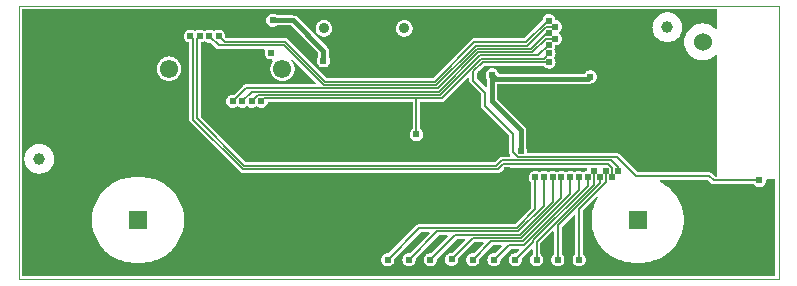
<source format=gbl>
G04*
G04 #@! TF.GenerationSoftware,Altium Limited,Altium Designer,19.0.15 (446)*
G04*
G04 Layer_Physical_Order=2*
G04 Layer_Color=16711680*
%FSLAX24Y24*%
%MOIN*%
G70*
G01*
G75*
%ADD12C,0.0060*%
%ADD16C,0.0005*%
%ADD29C,0.0394*%
%ADD55C,0.0610*%
%ADD67C,0.0150*%
%ADD70C,0.0354*%
%ADD71R,0.0600X0.0600*%
%ADD72C,0.0600*%
%ADD73C,0.0240*%
%ADD74C,0.0260*%
%ADD75C,0.0058*%
G36*
X23269Y8361D02*
X23219Y8342D01*
X23215Y8346D01*
X23179Y8379D01*
X23142Y8409D01*
X23102Y8435D01*
X23060Y8459D01*
X23016Y8479D01*
X22971Y8496D01*
X22925Y8509D01*
X22878Y8518D01*
X22830Y8524D01*
X22782Y8526D01*
X22734Y8524D01*
X22686Y8518D01*
X22639Y8509D01*
X22593Y8496D01*
X22547Y8479D01*
X22504Y8459D01*
X22462Y8435D01*
X22422Y8409D01*
X22384Y8379D01*
X22349Y8346D01*
X22316Y8311D01*
X22286Y8273D01*
X22260Y8233D01*
X22236Y8191D01*
X22216Y8148D01*
X22199Y8103D01*
X22186Y8056D01*
X22177Y8009D01*
X22171Y7961D01*
X22169Y7913D01*
X22171Y7865D01*
X22177Y7818D01*
X22186Y7770D01*
X22199Y7724D01*
X22216Y7679D01*
X22236Y7635D01*
X22260Y7593D01*
X22286Y7553D01*
X22316Y7516D01*
X22349Y7480D01*
X22384Y7448D01*
X22422Y7418D01*
X22462Y7391D01*
X22504Y7368D01*
X22547Y7348D01*
X22593Y7331D01*
X22639Y7318D01*
X22686Y7309D01*
X22734Y7303D01*
X22782Y7301D01*
X22830Y7303D01*
X22878Y7309D01*
X22925Y7318D01*
X22971Y7331D01*
X23016Y7348D01*
X23060Y7368D01*
X23102Y7391D01*
X23142Y7418D01*
X23179Y7448D01*
X23215Y7480D01*
X23219Y7485D01*
X23269Y7466D01*
Y3419D01*
X23202D01*
X23094Y3527D01*
X23079Y3540D01*
X23061Y3551D01*
X23042Y3559D01*
X23022Y3564D01*
X23002Y3565D01*
X20615D01*
X20022Y4158D01*
X20007Y4171D01*
X19989Y4182D01*
X19970Y4190D01*
X19950Y4195D01*
X19930Y4196D01*
X16977D01*
X16941Y4237D01*
X16938Y4246D01*
X16940Y4269D01*
X16938Y4298D01*
X16932Y4326D01*
X16923Y4353D01*
X16910Y4379D01*
X16895Y4403D01*
Y4977D01*
X16893Y5000D01*
X16889Y5023D01*
X16881Y5044D01*
X16871Y5065D01*
X16859Y5084D01*
X16843Y5101D01*
X15946Y5999D01*
X15946Y6491D01*
X18957D01*
X18980Y6493D01*
X19002Y6497D01*
X19024Y6505D01*
X19045Y6515D01*
X19064Y6527D01*
X19067Y6530D01*
X19068Y6530D01*
X19097Y6536D01*
X19124Y6545D01*
X19150Y6558D01*
X19174Y6574D01*
X19195Y6593D01*
X19214Y6615D01*
X19230Y6639D01*
X19243Y6665D01*
X19252Y6692D01*
X19258Y6720D01*
X19260Y6749D01*
X19258Y6778D01*
X19252Y6806D01*
X19243Y6833D01*
X19230Y6859D01*
X19214Y6883D01*
X19195Y6905D01*
X19174Y6924D01*
X19150Y6940D01*
X19124Y6953D01*
X19097Y6962D01*
X19068Y6968D01*
X19039Y6970D01*
X19011Y6968D01*
X18982Y6962D01*
X18955Y6953D01*
X18929Y6940D01*
X18905Y6924D01*
X18884Y6905D01*
X18865Y6883D01*
X18849Y6859D01*
X18840Y6842D01*
X15988D01*
X15983Y6864D01*
X15974Y6892D01*
X15961Y6917D01*
X15945Y6941D01*
X15926Y6963D01*
X15905Y6982D01*
X15881Y6998D01*
X15855Y7011D01*
X15828Y7020D01*
X15799Y7026D01*
X15770Y7028D01*
X15742Y7026D01*
X15713Y7020D01*
X15686Y7011D01*
X15660Y6998D01*
X15636Y6982D01*
X15615Y6963D01*
X15596Y6941D01*
X15580Y6917D01*
X15567Y6892D01*
X15558Y6864D01*
X15552Y6836D01*
X15550Y6807D01*
X15552Y6778D01*
X15558Y6750D01*
X15567Y6723D01*
X15580Y6697D01*
X15595Y6674D01*
Y6411D01*
X15549Y6392D01*
X15272Y6669D01*
Y6868D01*
X15509Y7105D01*
X17483D01*
X17486Y7102D01*
X17505Y7080D01*
X17526Y7061D01*
X17550Y7045D01*
X17576Y7032D01*
X17604Y7023D01*
X17632Y7017D01*
X17661Y7015D01*
X17689Y7017D01*
X17718Y7023D01*
X17745Y7032D01*
X17771Y7045D01*
X17795Y7061D01*
X17817Y7080D01*
X17836Y7102D01*
X17852Y7126D01*
X17864Y7151D01*
X17874Y7179D01*
X17879Y7207D01*
X17881Y7236D01*
X17879Y7265D01*
X17874Y7293D01*
X17864Y7320D01*
X17852Y7346D01*
X17836Y7370D01*
X17826Y7381D01*
X17836Y7392D01*
X17852Y7416D01*
X17864Y7441D01*
X17874Y7469D01*
X17879Y7497D01*
X17881Y7526D01*
X17879Y7555D01*
X17874Y7583D01*
X17864Y7610D01*
X17852Y7636D01*
X17836Y7660D01*
X17826Y7671D01*
X17836Y7682D01*
X17852Y7706D01*
X17864Y7731D01*
X17874Y7759D01*
X17879Y7787D01*
X17880Y7796D01*
X17899Y7797D01*
X17928Y7803D01*
X17955Y7812D01*
X17981Y7825D01*
X18005Y7841D01*
X18027Y7860D01*
X18046Y7882D01*
X18062Y7906D01*
X18074Y7931D01*
X18084Y7959D01*
X18089Y7987D01*
X18091Y8016D01*
X18089Y8045D01*
X18084Y8073D01*
X18074Y8100D01*
X18062Y8126D01*
X18046Y8150D01*
X18027Y8172D01*
X18011Y8185D01*
X18007Y8216D01*
X18011Y8247D01*
X18027Y8260D01*
X18046Y8282D01*
X18062Y8306D01*
X18074Y8331D01*
X18084Y8359D01*
X18089Y8387D01*
X18091Y8416D01*
X18089Y8445D01*
X18084Y8473D01*
X18074Y8500D01*
X18062Y8526D01*
X18046Y8550D01*
X18027Y8572D01*
X18005Y8591D01*
X17981Y8607D01*
X17955Y8620D01*
X17928Y8629D01*
X17899Y8634D01*
X17880Y8636D01*
X17879Y8645D01*
X17874Y8673D01*
X17864Y8700D01*
X17852Y8726D01*
X17836Y8750D01*
X17817Y8772D01*
X17795Y8791D01*
X17771Y8807D01*
X17745Y8820D01*
X17718Y8829D01*
X17689Y8834D01*
X17661Y8836D01*
X17632Y8834D01*
X17604Y8829D01*
X17576Y8820D01*
X17550Y8807D01*
X17526Y8791D01*
X17505Y8772D01*
X17486Y8750D01*
X17470Y8726D01*
X17457Y8700D01*
X17448Y8673D01*
X17442Y8645D01*
X17441Y8623D01*
X16844Y8026D01*
X15176D01*
X15155Y8025D01*
X15135Y8020D01*
X15116Y8012D01*
X15099Y8001D01*
X15083Y7988D01*
X13804Y6709D01*
X10254D01*
X8972Y7991D01*
X8957Y8004D01*
X8939Y8015D01*
X8920Y8023D01*
X8900Y8027D01*
X8880Y8029D01*
X6909Y8029D01*
X6871Y8067D01*
X6872Y8071D01*
X6874Y8100D01*
X6872Y8129D01*
X6866Y8157D01*
X6857Y8184D01*
X6844Y8210D01*
X6828Y8234D01*
X6809Y8256D01*
X6787Y8275D01*
X6763Y8291D01*
X6738Y8304D01*
X6710Y8313D01*
X6682Y8319D01*
X6653Y8321D01*
X6624Y8319D01*
X6596Y8313D01*
X6569Y8304D01*
X6543Y8291D01*
X6519Y8275D01*
X6495Y8257D01*
X6472Y8275D01*
X6448Y8291D01*
X6422Y8304D01*
X6395Y8313D01*
X6366Y8319D01*
X6338Y8321D01*
X6309Y8319D01*
X6280Y8313D01*
X6253Y8304D01*
X6227Y8291D01*
X6203Y8275D01*
X6182Y8256D01*
X6179D01*
X6158Y8275D01*
X6134Y8291D01*
X6108Y8304D01*
X6080Y8313D01*
X6052Y8319D01*
X6023Y8321D01*
X5995Y8319D01*
X5966Y8313D01*
X5939Y8304D01*
X5913Y8291D01*
X5889Y8275D01*
X5866Y8257D01*
X5843Y8275D01*
X5819Y8291D01*
X5793Y8304D01*
X5765Y8313D01*
X5737Y8319D01*
X5708Y8321D01*
X5680Y8319D01*
X5651Y8313D01*
X5624Y8304D01*
X5598Y8291D01*
X5574Y8275D01*
X5552Y8256D01*
X5533Y8234D01*
X5517Y8210D01*
X5505Y8184D01*
X5495Y8157D01*
X5490Y8129D01*
X5488Y8100D01*
X5490Y8071D01*
X5495Y8043D01*
X5505Y8016D01*
X5517Y7990D01*
X5533Y7966D01*
X5552Y7944D01*
X5574Y7925D01*
X5598Y7909D01*
X5624Y7896D01*
X5651Y7887D01*
X5678Y7882D01*
Y5312D01*
X5680Y5291D01*
X5684Y5271D01*
X5692Y5253D01*
X5703Y5235D01*
X5716Y5220D01*
X7366Y3570D01*
X7382Y3556D01*
X7399Y3546D01*
X7418Y3538D01*
X7438Y3533D01*
X7458Y3531D01*
X15958Y3531D01*
X15978Y3533D01*
X15998Y3538D01*
X16017Y3546D01*
X16035Y3556D01*
X16050Y3570D01*
X16196Y3715D01*
X18904D01*
X18915Y3707D01*
X18938Y3665D01*
X18935Y3657D01*
X18929Y3628D01*
X18928Y3609D01*
X18919Y3608D01*
X18891Y3603D01*
X18863Y3593D01*
X18837Y3581D01*
X18814Y3565D01*
X18803Y3555D01*
X18792Y3565D01*
X18768Y3581D01*
X18742Y3593D01*
X18715Y3603D01*
X18687Y3608D01*
X18658Y3610D01*
X18629Y3608D01*
X18601Y3603D01*
X18573Y3593D01*
X18547Y3581D01*
X18524Y3565D01*
X18513Y3555D01*
X18502Y3565D01*
X18478Y3581D01*
X18452Y3593D01*
X18425Y3603D01*
X18397Y3608D01*
X18368Y3610D01*
X18339Y3608D01*
X18311Y3603D01*
X18283Y3593D01*
X18257Y3581D01*
X18234Y3565D01*
X18223Y3555D01*
X18212Y3565D01*
X18188Y3581D01*
X18162Y3593D01*
X18135Y3603D01*
X18107Y3608D01*
X18078Y3610D01*
X18049Y3608D01*
X18021Y3603D01*
X17993Y3593D01*
X17967Y3581D01*
X17944Y3565D01*
X17933Y3555D01*
X17922Y3565D01*
X17898Y3581D01*
X17872Y3593D01*
X17845Y3603D01*
X17817Y3608D01*
X17788Y3610D01*
X17759Y3608D01*
X17731Y3603D01*
X17703Y3593D01*
X17677Y3581D01*
X17654Y3565D01*
X17643Y3555D01*
X17632Y3565D01*
X17608Y3581D01*
X17582Y3593D01*
X17555Y3603D01*
X17527Y3608D01*
X17498Y3610D01*
X17469Y3608D01*
X17441Y3603D01*
X17413Y3593D01*
X17387Y3581D01*
X17364Y3565D01*
X17353Y3555D01*
X17342Y3565D01*
X17318Y3581D01*
X17292Y3593D01*
X17265Y3603D01*
X17237Y3608D01*
X17208Y3610D01*
X17179Y3608D01*
X17151Y3603D01*
X17123Y3593D01*
X17097Y3581D01*
X17074Y3565D01*
X17052Y3546D01*
X17033Y3524D01*
X17017Y3500D01*
X17004Y3474D01*
X16995Y3447D01*
X16989Y3418D01*
X16987Y3390D01*
X16989Y3361D01*
X16995Y3333D01*
X17004Y3305D01*
X17017Y3279D01*
X17033Y3255D01*
X17052Y3234D01*
X17074Y3215D01*
X17077Y3212D01*
Y2374D01*
X16532Y1829D01*
X13340D01*
X13319Y1827D01*
X13299Y1823D01*
X13280Y1815D01*
X13263Y1804D01*
X13247Y1791D01*
X12323Y866D01*
X12318Y867D01*
X12290Y869D01*
X12261Y867D01*
X12233Y861D01*
X12205Y852D01*
X12179Y839D01*
X12155Y823D01*
X12134Y804D01*
X12115Y783D01*
X12099Y759D01*
X12086Y733D01*
X12077Y706D01*
X12071Y677D01*
X12069Y649D01*
X12071Y620D01*
X12077Y591D01*
X12086Y564D01*
X12099Y538D01*
X12115Y514D01*
X12134Y493D01*
X12155Y474D01*
X12179Y458D01*
X12205Y445D01*
X12233Y436D01*
X12261Y430D01*
X12290Y428D01*
X12318Y430D01*
X12347Y436D01*
X12374Y445D01*
X12400Y458D01*
X12424Y474D01*
X12446Y493D01*
X12465Y514D01*
X12481Y538D01*
X12493Y564D01*
X12503Y591D01*
X12508Y620D01*
X12510Y649D01*
X12508Y677D01*
X12507Y682D01*
X13394Y1568D01*
X13668D01*
X13687Y1522D01*
X13032Y866D01*
X13027Y867D01*
X12998Y869D01*
X12969Y867D01*
X12941Y861D01*
X12914Y852D01*
X12888Y839D01*
X12864Y823D01*
X12842Y804D01*
X12823Y783D01*
X12807Y759D01*
X12795Y733D01*
X12785Y706D01*
X12780Y677D01*
X12778Y649D01*
X12780Y620D01*
X12785Y591D01*
X12795Y564D01*
X12807Y538D01*
X12823Y514D01*
X12842Y493D01*
X12864Y474D01*
X12888Y458D01*
X12914Y445D01*
X12941Y436D01*
X12969Y430D01*
X12998Y428D01*
X13027Y430D01*
X13055Y436D01*
X13083Y445D01*
X13109Y458D01*
X13132Y474D01*
X13154Y493D01*
X13173Y514D01*
X13189Y538D01*
X13202Y564D01*
X13211Y591D01*
X13217Y620D01*
X13219Y649D01*
X13217Y677D01*
X13216Y682D01*
X13992Y1458D01*
X14267D01*
X14286Y1412D01*
X13740Y866D01*
X13736Y867D01*
X13707Y869D01*
X13678Y867D01*
X13650Y861D01*
X13623Y852D01*
X13597Y839D01*
X13573Y823D01*
X13551Y804D01*
X13532Y783D01*
X13516Y759D01*
X13503Y733D01*
X13494Y706D01*
X13488Y677D01*
X13486Y649D01*
X13488Y620D01*
X13494Y591D01*
X13503Y564D01*
X13516Y538D01*
X13532Y514D01*
X13551Y493D01*
X13573Y474D01*
X13597Y458D01*
X13623Y445D01*
X13650Y436D01*
X13678Y430D01*
X13707Y428D01*
X13736Y430D01*
X13764Y436D01*
X13791Y445D01*
X13817Y458D01*
X13841Y474D01*
X13863Y493D01*
X13882Y514D01*
X13898Y538D01*
X13911Y564D01*
X13920Y591D01*
X13926Y620D01*
X13927Y649D01*
X13926Y677D01*
X13925Y682D01*
X14591Y1348D01*
X14855D01*
X14875Y1302D01*
X14449Y876D01*
X14444Y877D01*
X14416Y879D01*
X14387Y877D01*
X14359Y871D01*
X14331Y862D01*
X14305Y849D01*
X14281Y833D01*
X14260Y814D01*
X14241Y793D01*
X14225Y769D01*
X14212Y743D01*
X14203Y716D01*
X14197Y687D01*
X14195Y658D01*
X14197Y630D01*
X14203Y601D01*
X14212Y574D01*
X14225Y548D01*
X14241Y524D01*
X14260Y503D01*
X14281Y484D01*
X14305Y468D01*
X14331Y455D01*
X14359Y446D01*
X14387Y440D01*
X14416Y438D01*
X14444Y440D01*
X14473Y446D01*
X14500Y455D01*
X14526Y468D01*
X14550Y484D01*
X14571Y503D01*
X14591Y524D01*
X14607Y548D01*
X14619Y574D01*
X14629Y601D01*
X14634Y630D01*
X14636Y658D01*
X14634Y687D01*
X14633Y692D01*
X15180Y1238D01*
X15464D01*
X15483Y1192D01*
X15158Y866D01*
X15153Y867D01*
X15124Y869D01*
X15095Y867D01*
X15067Y861D01*
X15040Y852D01*
X15014Y839D01*
X14990Y823D01*
X14968Y804D01*
X14949Y783D01*
X14933Y759D01*
X14921Y733D01*
X14911Y706D01*
X14906Y677D01*
X14904Y649D01*
X14906Y620D01*
X14911Y591D01*
X14921Y564D01*
X14933Y538D01*
X14949Y514D01*
X14968Y493D01*
X14990Y474D01*
X15014Y458D01*
X15040Y445D01*
X15067Y436D01*
X15095Y430D01*
X15124Y428D01*
X15153Y430D01*
X15181Y436D01*
X15209Y445D01*
X15235Y458D01*
X15258Y474D01*
X15280Y493D01*
X15299Y514D01*
X15315Y538D01*
X15328Y564D01*
X15337Y591D01*
X15343Y620D01*
X15345Y649D01*
X15343Y677D01*
X15342Y682D01*
X15788Y1128D01*
X16063D01*
X16082Y1082D01*
X15866Y866D01*
X15862Y867D01*
X15833Y869D01*
X15804Y867D01*
X15776Y861D01*
X15749Y852D01*
X15723Y839D01*
X15699Y823D01*
X15677Y804D01*
X15658Y783D01*
X15642Y759D01*
X15629Y733D01*
X15620Y706D01*
X15614Y677D01*
X15612Y649D01*
X15614Y620D01*
X15620Y591D01*
X15629Y564D01*
X15642Y538D01*
X15658Y514D01*
X15677Y493D01*
X15699Y474D01*
X15723Y458D01*
X15749Y445D01*
X15776Y436D01*
X15804Y430D01*
X15833Y428D01*
X15862Y430D01*
X15890Y436D01*
X15917Y445D01*
X15943Y458D01*
X15967Y474D01*
X15989Y493D01*
X16008Y514D01*
X16024Y538D01*
X16037Y564D01*
X16046Y591D01*
X16052Y620D01*
X16053Y649D01*
X16052Y677D01*
X16051Y682D01*
X16387Y1018D01*
X16661D01*
X16681Y972D01*
X16575Y866D01*
X16570Y867D01*
X16542Y869D01*
X16513Y867D01*
X16485Y861D01*
X16457Y852D01*
X16431Y839D01*
X16407Y823D01*
X16386Y804D01*
X16367Y783D01*
X16351Y759D01*
X16338Y733D01*
X16329Y706D01*
X16323Y677D01*
X16321Y649D01*
X16323Y620D01*
X16329Y591D01*
X16338Y564D01*
X16351Y538D01*
X16367Y514D01*
X16386Y493D01*
X16407Y474D01*
X16431Y458D01*
X16457Y445D01*
X16485Y436D01*
X16513Y430D01*
X16542Y428D01*
X16570Y430D01*
X16599Y436D01*
X16626Y445D01*
X16652Y458D01*
X16676Y474D01*
X16697Y493D01*
X16717Y514D01*
X16733Y538D01*
X16745Y564D01*
X16755Y591D01*
X16760Y620D01*
X16762Y649D01*
X16760Y677D01*
X16759Y682D01*
X17075Y997D01*
X17121Y978D01*
Y827D01*
X17116Y823D01*
X17094Y804D01*
X17075Y783D01*
X17059Y759D01*
X17047Y733D01*
X17037Y706D01*
X17032Y677D01*
X17030Y649D01*
X17032Y620D01*
X17037Y591D01*
X17047Y564D01*
X17059Y538D01*
X17075Y514D01*
X17094Y493D01*
X17116Y474D01*
X17140Y458D01*
X17166Y445D01*
X17193Y436D01*
X17221Y430D01*
X17250Y428D01*
X17279Y430D01*
X17307Y436D01*
X17335Y445D01*
X17360Y458D01*
X17384Y474D01*
X17406Y493D01*
X17425Y514D01*
X17441Y538D01*
X17454Y564D01*
X17463Y591D01*
X17469Y620D01*
X17471Y649D01*
X17469Y677D01*
X17463Y706D01*
X17454Y733D01*
X17441Y759D01*
X17425Y783D01*
X17406Y804D01*
X17384Y823D01*
X17380Y827D01*
Y1199D01*
X17782Y1602D01*
X17829Y1583D01*
Y826D01*
X17825Y823D01*
X17803Y804D01*
X17784Y783D01*
X17768Y759D01*
X17755Y733D01*
X17746Y706D01*
X17740Y677D01*
X17738Y649D01*
X17740Y620D01*
X17746Y591D01*
X17755Y564D01*
X17768Y538D01*
X17784Y514D01*
X17803Y493D01*
X17825Y474D01*
X17849Y458D01*
X17875Y445D01*
X17902Y436D01*
X17930Y430D01*
X17959Y428D01*
X17988Y430D01*
X18016Y436D01*
X18043Y445D01*
X18069Y458D01*
X18093Y474D01*
X18115Y493D01*
X18134Y514D01*
X18150Y538D01*
X18163Y564D01*
X18172Y591D01*
X18177Y620D01*
X18179Y649D01*
X18177Y677D01*
X18172Y706D01*
X18163Y733D01*
X18150Y759D01*
X18134Y783D01*
X18115Y804D01*
X18093Y823D01*
X18089Y826D01*
Y1747D01*
X18491Y2149D01*
X18537Y2130D01*
Y826D01*
X18533Y823D01*
X18512Y804D01*
X18493Y783D01*
X18477Y759D01*
X18464Y733D01*
X18455Y706D01*
X18449Y677D01*
X18447Y649D01*
X18449Y620D01*
X18455Y591D01*
X18464Y564D01*
X18477Y538D01*
X18493Y514D01*
X18512Y493D01*
X18533Y474D01*
X18557Y458D01*
X18583Y445D01*
X18611Y436D01*
X18639Y430D01*
X18668Y428D01*
X18696Y430D01*
X18725Y436D01*
X18752Y445D01*
X18778Y458D01*
X18802Y474D01*
X18823Y493D01*
X18842Y514D01*
X18858Y538D01*
X18871Y564D01*
X18881Y591D01*
X18886Y620D01*
X18888Y649D01*
X18886Y677D01*
X18881Y706D01*
X18871Y733D01*
X18858Y759D01*
X18842Y783D01*
X18823Y804D01*
X18802Y823D01*
X18798Y826D01*
Y2295D01*
X19262Y2760D01*
X19302Y2728D01*
X19272Y2679D01*
X19236Y2614D01*
X19204Y2547D01*
X19176Y2478D01*
X19151Y2408D01*
X19130Y2337D01*
X19112Y2265D01*
X19099Y2192D01*
X19089Y2118D01*
X19083Y2044D01*
X19081Y1970D01*
X19083Y1895D01*
X19089Y1821D01*
X19099Y1748D01*
X19112Y1674D01*
X19130Y1602D01*
X19151Y1531D01*
X19176Y1461D01*
X19204Y1392D01*
X19236Y1325D01*
X19272Y1260D01*
X19310Y1197D01*
X19353Y1135D01*
X19398Y1076D01*
X19446Y1020D01*
X19497Y966D01*
X19551Y915D01*
X19608Y867D01*
X19667Y821D01*
X19728Y779D01*
X19791Y740D01*
X19856Y705D01*
X19923Y673D01*
X19992Y645D01*
X20062Y620D01*
X20133Y599D01*
X20206Y581D01*
X20279Y568D01*
X20352Y558D01*
X20427Y552D01*
X20501Y550D01*
X20737D01*
X20811Y552D01*
X20885Y558D01*
X20959Y568D01*
X21032Y581D01*
X21104Y599D01*
X21176Y620D01*
X21246Y645D01*
X21314Y673D01*
X21381Y705D01*
X21447Y740D01*
X21510Y779D01*
X21571Y821D01*
X21630Y867D01*
X21687Y915D01*
X21741Y966D01*
X21792Y1020D01*
X21840Y1076D01*
X21885Y1135D01*
X21927Y1197D01*
X21966Y1260D01*
X22002Y1325D01*
X22034Y1392D01*
X22062Y1461D01*
X22087Y1531D01*
X22108Y1602D01*
X22125Y1674D01*
X22139Y1748D01*
X22149Y1821D01*
X22154Y1895D01*
X22156Y1970D01*
X22154Y2044D01*
X22149Y2118D01*
X22139Y2192D01*
X22125Y2265D01*
X22108Y2337D01*
X22087Y2408D01*
X22062Y2478D01*
X22034Y2547D01*
X22002Y2614D01*
X21966Y2679D01*
X21927Y2743D01*
X21885Y2804D01*
X21840Y2863D01*
X21792Y2919D01*
X21741Y2973D01*
X21687Y3024D01*
X21630Y3073D01*
X21571Y3118D01*
X21510Y3160D01*
X21447Y3199D01*
X21381Y3234D01*
X21339Y3254D01*
X21350Y3304D01*
X22948D01*
X23056Y3196D01*
X23072Y3183D01*
X23089Y3172D01*
X23108Y3164D01*
X23128Y3160D01*
X23148Y3158D01*
X24496D01*
X24498Y3154D01*
X24517Y3133D01*
X24539Y3114D01*
X24563Y3098D01*
X24589Y3085D01*
X24616Y3076D01*
X24644Y3070D01*
X24673Y3068D01*
X24702Y3070D01*
X24730Y3076D01*
X24757Y3085D01*
X24783Y3098D01*
X24807Y3114D01*
X24829Y3133D01*
X24848Y3154D01*
X24864Y3178D01*
X24877Y3204D01*
X24886Y3231D01*
X24892Y3260D01*
X24894Y3289D01*
X24893Y3300D01*
X24918Y3337D01*
X24936Y3350D01*
X25212D01*
Y103D01*
X103D01*
Y8991D01*
X23269D01*
Y8361D01*
D02*
G37*
G36*
X6203Y7925D02*
X6227Y7909D01*
X6253Y7896D01*
X6280Y7887D01*
X6309Y7881D01*
X6338Y7880D01*
X6366Y7881D01*
X6371Y7882D01*
X6557Y7696D01*
X6572Y7683D01*
X6590Y7672D01*
X6609Y7664D01*
X6629Y7660D01*
X6649Y7658D01*
X8171Y7658D01*
X8186Y7645D01*
X8204Y7608D01*
X8200Y7596D01*
X8194Y7567D01*
X8192Y7539D01*
X8194Y7510D01*
X8200Y7481D01*
X8209Y7454D01*
X8222Y7428D01*
X8238Y7404D01*
X8257Y7383D01*
X8279Y7364D01*
X8303Y7348D01*
X8329Y7335D01*
X8356Y7326D01*
X8384Y7320D01*
X8413Y7318D01*
X8440Y7320D01*
X8443Y7318D01*
X8466Y7274D01*
X8466Y7273D01*
X8442Y7241D01*
X8422Y7207D01*
X8404Y7171D01*
X8391Y7134D01*
X8381Y7095D01*
X8376Y7056D01*
X8374Y7016D01*
X8376Y6976D01*
X8381Y6937D01*
X8391Y6898D01*
X8404Y6861D01*
X8422Y6825D01*
X8442Y6791D01*
X8466Y6759D01*
X8492Y6729D01*
X8522Y6702D01*
X8554Y6679D01*
X8588Y6658D01*
X8624Y6641D01*
X8661Y6628D01*
X8700Y6618D01*
X8739Y6612D01*
X8779Y6610D01*
X8819Y6612D01*
X8858Y6618D01*
X8897Y6628D01*
X8934Y6641D01*
X8970Y6658D01*
X9005Y6679D01*
X9037Y6702D01*
X9066Y6729D01*
X9093Y6759D01*
X9116Y6791D01*
X9137Y6825D01*
X9154Y6861D01*
X9167Y6898D01*
X9177Y6937D01*
X9183Y6976D01*
X9185Y7016D01*
X9183Y7056D01*
X9177Y7095D01*
X9167Y7134D01*
X9154Y7171D01*
X9137Y7207D01*
X9116Y7241D01*
X9093Y7273D01*
X9076Y7292D01*
X9112Y7327D01*
X9903Y6535D01*
X9884Y6489D01*
X7552Y6489D01*
X7532Y6487D01*
X7512Y6483D01*
X7493Y6475D01*
X7476Y6464D01*
X7460Y6451D01*
X7159Y6149D01*
X7154Y6150D01*
X7126Y6152D01*
X7097Y6150D01*
X7069Y6145D01*
X7041Y6135D01*
X7015Y6123D01*
X6991Y6107D01*
X6970Y6088D01*
X6951Y6066D01*
X6935Y6042D01*
X6922Y6016D01*
X6913Y5989D01*
X6907Y5961D01*
X6905Y5932D01*
X6907Y5903D01*
X6913Y5875D01*
X6922Y5847D01*
X6935Y5821D01*
X6951Y5798D01*
X6970Y5776D01*
X6991Y5757D01*
X7015Y5741D01*
X7041Y5728D01*
X7069Y5719D01*
X7097Y5713D01*
X7126Y5711D01*
X7154Y5713D01*
X7183Y5719D01*
X7210Y5728D01*
X7236Y5741D01*
X7260Y5757D01*
X7282Y5776D01*
X7285D01*
X7306Y5757D01*
X7330Y5741D01*
X7356Y5728D01*
X7384Y5719D01*
X7412Y5713D01*
X7441Y5711D01*
X7469Y5713D01*
X7498Y5719D01*
X7525Y5728D01*
X7551Y5741D01*
X7575Y5757D01*
X7597Y5776D01*
X7600D01*
X7621Y5757D01*
X7645Y5741D01*
X7671Y5728D01*
X7699Y5719D01*
X7727Y5713D01*
X7756Y5711D01*
X7784Y5713D01*
X7813Y5719D01*
X7840Y5728D01*
X7866Y5741D01*
X7890Y5757D01*
X7913Y5775D01*
X7936Y5757D01*
X7960Y5741D01*
X7986Y5728D01*
X8013Y5719D01*
X8042Y5713D01*
X8071Y5711D01*
X8099Y5713D01*
X8128Y5719D01*
X8155Y5728D01*
X8181Y5741D01*
X8205Y5757D01*
X8226Y5776D01*
X8245Y5798D01*
X8262Y5821D01*
X8274Y5847D01*
X8284Y5875D01*
X8288Y5898D01*
X13116Y5898D01*
Y4997D01*
X13113Y4995D01*
X13091Y4976D01*
X13072Y4954D01*
X13056Y4930D01*
X13043Y4904D01*
X13034Y4877D01*
X13028Y4849D01*
X13026Y4820D01*
X13028Y4791D01*
X13034Y4763D01*
X13043Y4736D01*
X13056Y4710D01*
X13072Y4686D01*
X13091Y4664D01*
X13113Y4645D01*
X13137Y4629D01*
X13162Y4616D01*
X13190Y4607D01*
X13218Y4601D01*
X13247Y4600D01*
X13276Y4601D01*
X13304Y4607D01*
X13331Y4616D01*
X13357Y4629D01*
X13381Y4645D01*
X13403Y4664D01*
X13422Y4686D01*
X13438Y4710D01*
X13451Y4736D01*
X13460Y4763D01*
X13465Y4791D01*
X13467Y4820D01*
X13465Y4849D01*
X13460Y4877D01*
X13451Y4904D01*
X13438Y4930D01*
X13422Y4954D01*
X13403Y4976D01*
X13381Y4995D01*
X13377Y4997D01*
Y5898D01*
X14086Y5898D01*
X14107Y5900D01*
X14126Y5904D01*
X14145Y5912D01*
X14163Y5923D01*
X14178Y5936D01*
X14965Y6723D01*
X15011Y6703D01*
Y6615D01*
X15012Y6594D01*
X15017Y6575D01*
X15025Y6556D01*
X15036Y6538D01*
X15049Y6523D01*
X15411Y6161D01*
Y5755D01*
X15412Y5734D01*
X15417Y5715D01*
X15425Y5696D01*
X15436Y5678D01*
X15449Y5663D01*
X16331Y4781D01*
Y4235D01*
X16332Y4215D01*
X16337Y4195D01*
X16345Y4176D01*
X16356Y4159D01*
X16369Y4143D01*
X16380Y4132D01*
X16360Y4086D01*
X16096D01*
X16076Y4085D01*
X16056Y4080D01*
X16037Y4072D01*
X16020Y4061D01*
X16004Y4048D01*
X15858Y3902D01*
X7558Y3902D01*
X6049Y5411D01*
Y7881D01*
X6052Y7881D01*
X6080Y7887D01*
X6108Y7896D01*
X6134Y7909D01*
X6158Y7925D01*
X6179Y7944D01*
X6182D01*
X6203Y7925D01*
D02*
G37*
%LPC*%
G36*
X12840Y8637D02*
X12809Y8635D01*
X12778Y8630D01*
X12748Y8622D01*
X12720Y8610D01*
X12692Y8595D01*
X12667Y8577D01*
X12644Y8556D01*
X12623Y8533D01*
X12605Y8507D01*
X12590Y8480D01*
X12578Y8451D01*
X12569Y8421D01*
X12564Y8391D01*
X12562Y8360D01*
X12564Y8329D01*
X12569Y8298D01*
X12578Y8268D01*
X12590Y8239D01*
X12605Y8212D01*
X12623Y8187D01*
X12644Y8163D01*
X12667Y8143D01*
X12692Y8125D01*
X12720Y8109D01*
X12748Y8098D01*
X12778Y8089D01*
X12809Y8084D01*
X12840Y8082D01*
X12871Y8084D01*
X12902Y8089D01*
X12932Y8098D01*
X12960Y8109D01*
X12988Y8125D01*
X13013Y8143D01*
X13036Y8163D01*
X13057Y8187D01*
X13075Y8212D01*
X13090Y8239D01*
X13102Y8268D01*
X13111Y8298D01*
X13116Y8329D01*
X13118Y8360D01*
X13116Y8391D01*
X13111Y8421D01*
X13102Y8451D01*
X13090Y8480D01*
X13075Y8507D01*
X13057Y8533D01*
X13036Y8556D01*
X13013Y8577D01*
X12988Y8595D01*
X12960Y8610D01*
X12932Y8622D01*
X12902Y8630D01*
X12871Y8635D01*
X12840Y8637D01*
D02*
G37*
G36*
X10163D02*
X10132Y8635D01*
X10101Y8630D01*
X10071Y8622D01*
X10042Y8610D01*
X10015Y8595D01*
X9990Y8577D01*
X9967Y8556D01*
X9946Y8533D01*
X9928Y8507D01*
X9913Y8480D01*
X9901Y8451D01*
X9892Y8421D01*
X9887Y8391D01*
X9885Y8360D01*
X9887Y8329D01*
X9892Y8298D01*
X9901Y8268D01*
X9913Y8239D01*
X9928Y8212D01*
X9946Y8187D01*
X9967Y8163D01*
X9990Y8143D01*
X10015Y8125D01*
X10042Y8109D01*
X10071Y8098D01*
X10101Y8089D01*
X10132Y8084D01*
X10163Y8082D01*
X10194Y8084D01*
X10225Y8089D01*
X10254Y8098D01*
X10283Y8109D01*
X10310Y8125D01*
X10336Y8143D01*
X10359Y8163D01*
X10380Y8187D01*
X10398Y8212D01*
X10413Y8239D01*
X10425Y8268D01*
X10433Y8298D01*
X10439Y8329D01*
X10440Y8360D01*
X10439Y8391D01*
X10433Y8421D01*
X10425Y8451D01*
X10413Y8480D01*
X10398Y8507D01*
X10380Y8533D01*
X10359Y8556D01*
X10336Y8577D01*
X10310Y8595D01*
X10283Y8610D01*
X10254Y8622D01*
X10225Y8630D01*
X10194Y8635D01*
X10163Y8637D01*
D02*
G37*
G36*
X21610Y8896D02*
X21567Y8894D01*
X21524Y8889D01*
X21482Y8879D01*
X21440Y8866D01*
X21400Y8850D01*
X21362Y8830D01*
X21325Y8806D01*
X21291Y8780D01*
X21259Y8751D01*
X21230Y8719D01*
X21204Y8685D01*
X21180Y8648D01*
X21160Y8610D01*
X21144Y8570D01*
X21131Y8528D01*
X21121Y8486D01*
X21116Y8443D01*
X21114Y8400D01*
X21116Y8357D01*
X21121Y8314D01*
X21131Y8272D01*
X21144Y8230D01*
X21160Y8190D01*
X21180Y8152D01*
X21204Y8115D01*
X21230Y8081D01*
X21259Y8049D01*
X21291Y8020D01*
X21325Y7994D01*
X21362Y7970D01*
X21400Y7950D01*
X21440Y7934D01*
X21482Y7921D01*
X21524Y7911D01*
X21567Y7906D01*
X21610Y7904D01*
X21653Y7906D01*
X21696Y7911D01*
X21738Y7921D01*
X21780Y7934D01*
X21820Y7950D01*
X21858Y7970D01*
X21895Y7994D01*
X21929Y8020D01*
X21961Y8049D01*
X21990Y8081D01*
X22016Y8115D01*
X22040Y8152D01*
X22060Y8190D01*
X22076Y8230D01*
X22089Y8272D01*
X22099Y8314D01*
X22104Y8357D01*
X22106Y8400D01*
X22104Y8443D01*
X22099Y8486D01*
X22089Y8528D01*
X22076Y8570D01*
X22060Y8610D01*
X22040Y8648D01*
X22016Y8685D01*
X21990Y8719D01*
X21961Y8751D01*
X21929Y8780D01*
X21895Y8806D01*
X21858Y8830D01*
X21820Y8850D01*
X21780Y8866D01*
X21738Y8879D01*
X21696Y8889D01*
X21653Y8894D01*
X21610Y8896D01*
D02*
G37*
G36*
X8458Y8851D02*
X8429Y8849D01*
X8401Y8843D01*
X8374Y8834D01*
X8348Y8821D01*
X8324Y8805D01*
X8302Y8786D01*
X8283Y8764D01*
X8267Y8740D01*
X8254Y8714D01*
X8245Y8687D01*
X8239Y8659D01*
X8238Y8630D01*
X8239Y8601D01*
X8245Y8573D01*
X8254Y8546D01*
X8267Y8520D01*
X8283Y8496D01*
X8302Y8474D01*
X8324Y8455D01*
X8348Y8439D01*
X8374Y8426D01*
X8401Y8417D01*
X8429Y8411D01*
X8458Y8410D01*
X8487Y8411D01*
X8515Y8417D01*
X8542Y8426D01*
X8568Y8439D01*
X8592Y8455D01*
X9056D01*
X9972Y7539D01*
Y7410D01*
X9956Y7387D01*
X9943Y7361D01*
X9934Y7334D01*
X9929Y7306D01*
X9927Y7277D01*
X9929Y7248D01*
X9934Y7220D01*
X9943Y7193D01*
X9956Y7167D01*
X9972Y7143D01*
X9991Y7121D01*
X10013Y7102D01*
X10037Y7086D01*
X10063Y7073D01*
X10090Y7064D01*
X10118Y7058D01*
X10147Y7056D01*
X10176Y7058D01*
X10204Y7064D01*
X10232Y7073D01*
X10257Y7086D01*
X10281Y7102D01*
X10303Y7121D01*
X10322Y7143D01*
X10338Y7167D01*
X10351Y7193D01*
X10360Y7220D01*
X10366Y7248D01*
X10368Y7277D01*
X10366Y7306D01*
X10360Y7334D01*
X10351Y7361D01*
X10338Y7387D01*
X10323Y7410D01*
Y7611D01*
X10321Y7634D01*
X10317Y7657D01*
X10309Y7678D01*
X10299Y7699D01*
X10286Y7718D01*
X10271Y7735D01*
X9252Y8754D01*
X9235Y8769D01*
X9216Y8782D01*
X9195Y8792D01*
X9174Y8799D01*
X9151Y8804D01*
X9128Y8805D01*
X8592D01*
X8568Y8821D01*
X8542Y8834D01*
X8515Y8843D01*
X8487Y8849D01*
X8458Y8851D01*
D02*
G37*
G36*
X5000Y7422D02*
X4960Y7420D01*
X4921Y7414D01*
X4882Y7404D01*
X4844Y7391D01*
X4809Y7374D01*
X4774Y7353D01*
X4742Y7329D01*
X4713Y7303D01*
X4686Y7273D01*
X4662Y7241D01*
X4642Y7207D01*
X4625Y7171D01*
X4612Y7134D01*
X4602Y7095D01*
X4596Y7056D01*
X4594Y7016D01*
X4596Y6976D01*
X4602Y6937D01*
X4612Y6898D01*
X4625Y6861D01*
X4642Y6825D01*
X4662Y6791D01*
X4686Y6759D01*
X4713Y6729D01*
X4742Y6702D01*
X4774Y6679D01*
X4809Y6658D01*
X4844Y6641D01*
X4882Y6628D01*
X4921Y6618D01*
X4960Y6612D01*
X5000Y6610D01*
X5039Y6612D01*
X5079Y6618D01*
X5117Y6628D01*
X5155Y6641D01*
X5191Y6658D01*
X5225Y6679D01*
X5257Y6702D01*
X5287Y6729D01*
X5313Y6759D01*
X5337Y6791D01*
X5357Y6825D01*
X5374Y6861D01*
X5388Y6898D01*
X5398Y6937D01*
X5403Y6976D01*
X5405Y7016D01*
X5403Y7056D01*
X5398Y7095D01*
X5388Y7134D01*
X5374Y7171D01*
X5357Y7207D01*
X5337Y7241D01*
X5313Y7273D01*
X5287Y7303D01*
X5257Y7329D01*
X5225Y7353D01*
X5191Y7374D01*
X5155Y7391D01*
X5117Y7404D01*
X5079Y7414D01*
X5039Y7420D01*
X5000Y7422D01*
D02*
G37*
G36*
X670Y4506D02*
X627Y4504D01*
X584Y4499D01*
X542Y4489D01*
X500Y4476D01*
X460Y4460D01*
X422Y4440D01*
X385Y4416D01*
X351Y4390D01*
X319Y4361D01*
X290Y4329D01*
X264Y4295D01*
X240Y4258D01*
X220Y4220D01*
X204Y4180D01*
X191Y4138D01*
X181Y4096D01*
X176Y4053D01*
X174Y4010D01*
X176Y3967D01*
X181Y3924D01*
X191Y3882D01*
X204Y3840D01*
X220Y3800D01*
X240Y3762D01*
X264Y3725D01*
X290Y3691D01*
X319Y3659D01*
X351Y3630D01*
X385Y3604D01*
X422Y3580D01*
X460Y3560D01*
X500Y3544D01*
X542Y3531D01*
X584Y3521D01*
X627Y3516D01*
X670Y3514D01*
X713Y3516D01*
X756Y3521D01*
X798Y3531D01*
X840Y3544D01*
X880Y3560D01*
X918Y3580D01*
X955Y3604D01*
X989Y3630D01*
X1021Y3659D01*
X1050Y3691D01*
X1076Y3725D01*
X1100Y3762D01*
X1120Y3800D01*
X1136Y3840D01*
X1149Y3882D01*
X1159Y3924D01*
X1164Y3967D01*
X1166Y4010D01*
X1164Y4053D01*
X1159Y4096D01*
X1149Y4138D01*
X1136Y4180D01*
X1120Y4220D01*
X1100Y4258D01*
X1076Y4295D01*
X1050Y4329D01*
X1021Y4361D01*
X989Y4390D01*
X955Y4416D01*
X918Y4440D01*
X880Y4460D01*
X840Y4476D01*
X798Y4489D01*
X756Y4499D01*
X713Y4504D01*
X670Y4506D01*
D02*
G37*
G36*
X4082Y3389D02*
X3846D01*
X3772Y3387D01*
X3697Y3381D01*
X3624Y3372D01*
X3551Y3358D01*
X3478Y3341D01*
X3407Y3320D01*
X3337Y3295D01*
X3268Y3266D01*
X3201Y3234D01*
X3136Y3199D01*
X3073Y3160D01*
X3012Y3118D01*
X2953Y3073D01*
X2896Y3024D01*
X2842Y2973D01*
X2791Y2919D01*
X2743Y2863D01*
X2697Y2804D01*
X2655Y2743D01*
X2617Y2679D01*
X2581Y2614D01*
X2549Y2547D01*
X2521Y2478D01*
X2496Y2408D01*
X2475Y2337D01*
X2457Y2265D01*
X2444Y2192D01*
X2434Y2118D01*
X2428Y2044D01*
X2426Y1970D01*
X2428Y1895D01*
X2434Y1821D01*
X2444Y1748D01*
X2457Y1674D01*
X2475Y1602D01*
X2496Y1531D01*
X2521Y1461D01*
X2549Y1392D01*
X2581Y1325D01*
X2617Y1260D01*
X2655Y1197D01*
X2697Y1135D01*
X2743Y1076D01*
X2791Y1020D01*
X2842Y966D01*
X2896Y915D01*
X2953Y867D01*
X3012Y821D01*
X3073Y779D01*
X3136Y740D01*
X3201Y705D01*
X3268Y673D01*
X3337Y645D01*
X3407Y620D01*
X3478Y599D01*
X3551Y581D01*
X3624Y568D01*
X3697Y558D01*
X3772Y552D01*
X3846Y550D01*
X4082D01*
X4156Y552D01*
X4230Y558D01*
X4304Y568D01*
X4377Y581D01*
X4449Y599D01*
X4521Y620D01*
X4591Y645D01*
X4659Y673D01*
X4726Y705D01*
X4792Y740D01*
X4855Y779D01*
X4916Y821D01*
X4975Y867D01*
X5032Y915D01*
X5086Y966D01*
X5137Y1020D01*
X5185Y1076D01*
X5230Y1135D01*
X5272Y1197D01*
X5311Y1260D01*
X5347Y1325D01*
X5379Y1392D01*
X5407Y1461D01*
X5432Y1531D01*
X5453Y1602D01*
X5470Y1674D01*
X5484Y1748D01*
X5494Y1821D01*
X5499Y1895D01*
X5501Y1970D01*
X5499Y2044D01*
X5494Y2118D01*
X5484Y2192D01*
X5470Y2265D01*
X5453Y2337D01*
X5432Y2408D01*
X5407Y2478D01*
X5379Y2547D01*
X5347Y2614D01*
X5311Y2679D01*
X5272Y2743D01*
X5230Y2804D01*
X5185Y2863D01*
X5137Y2919D01*
X5086Y2973D01*
X5032Y3024D01*
X4975Y3073D01*
X4916Y3118D01*
X4855Y3160D01*
X4792Y3199D01*
X4726Y3234D01*
X4659Y3266D01*
X4591Y3295D01*
X4521Y3320D01*
X4449Y3341D01*
X4377Y3358D01*
X4304Y3372D01*
X4230Y3381D01*
X4156Y3387D01*
X4082Y3389D01*
D02*
G37*
%LPD*%
D12*
X19958Y3600D02*
Y3736D01*
X19758Y3390D02*
Y3716D01*
X19558Y3240D02*
Y3600D01*
X18668Y2349D02*
X19558Y3240D01*
X19738Y3956D02*
X19958Y3736D01*
X19628Y3846D02*
X19758Y3716D01*
X16142Y3846D02*
X19628D01*
X16096Y3956D02*
X19738D01*
X18948Y3105D02*
Y3390D01*
X17141Y1298D02*
X18948Y3105D01*
X19358Y3200D02*
Y3390D01*
X19930Y4066D02*
X20561Y3435D01*
X13255Y6029D02*
X14086Y6029D01*
X8167Y6029D02*
X13255Y6029D01*
X13247Y6020D02*
X13255Y6029D01*
X13247Y4820D02*
Y6020D01*
X15541Y5755D02*
Y6215D01*
X15141Y6615D02*
X15541Y6215D01*
X15141Y6615D02*
Y6922D01*
X15455Y7236D01*
X15541Y5755D02*
X16461Y4835D01*
Y4235D02*
Y4835D01*
Y4235D02*
X16631Y4066D01*
X19930D01*
X23002Y3435D02*
X23148Y3289D01*
X20561Y3435D02*
X23002D01*
X17608Y8216D02*
X17661D01*
X16943Y7786D02*
X17573Y8416D01*
X16898Y7896D02*
X17618Y8616D01*
X17301Y7456D02*
X17661Y7816D01*
X17618Y8616D02*
X17661D01*
X17573Y8416D02*
X17871D01*
X17563Y8016D02*
X17871D01*
X17068Y7676D02*
X17608Y8216D01*
X17113Y7566D02*
X17563Y8016D01*
X15176Y7896D02*
X16898D01*
X15221Y7786D02*
X16943D01*
X15267Y7676D02*
X17068D01*
X15312Y7566D02*
X17113D01*
X15358Y7456D02*
X17301D01*
X17481Y7346D02*
X17661Y7526D01*
X15403Y7346D02*
X17481D01*
X15455Y7236D02*
X17661D01*
X7431Y5922D02*
X7441Y5932D01*
X17141Y1248D02*
Y1298D01*
X16542Y649D02*
X17141Y1248D01*
X15912Y3772D02*
X16096Y3956D01*
X17959Y1801D02*
X19358Y3200D01*
X18658Y2970D02*
Y3390D01*
X18368Y2840D02*
Y3390D01*
X18078Y2710D02*
Y3390D01*
X17788Y2580D02*
Y3390D01*
X17498Y2450D02*
Y3390D01*
X17208Y2320D02*
Y3390D01*
X18668Y649D02*
Y2349D01*
X15958Y3662D02*
X16142Y3846D01*
X7504Y3772D02*
X15912Y3772D01*
X7458Y3662D02*
X15958Y3662D01*
X12290Y649D02*
X13340Y1699D01*
X12998Y649D02*
X13938Y1589D01*
X13707Y649D02*
X14537Y1479D01*
X14416Y658D02*
X15126Y1369D01*
X15124Y649D02*
X15734Y1259D01*
X15833Y649D02*
X16333Y1148D01*
X17959Y649D02*
Y1801D01*
X7126Y5932D02*
X7552Y6359D01*
X7441Y5932D02*
X7757Y6249D01*
X7756Y5932D02*
X7962Y6139D01*
X8071Y5932D02*
X8167Y6029D01*
X6653Y8100D02*
X6855Y7899D01*
X6338Y8100D02*
X6649Y7789D01*
X5918Y7995D02*
X6023Y8100D01*
X5708D02*
X5808Y8000D01*
X23148Y3289D02*
X24673D01*
X5808Y5312D02*
Y8000D01*
X5918Y5357D02*
Y7995D01*
Y5357D02*
X7504Y3772D01*
X5808Y5312D02*
X7458Y3662D01*
X6649Y7789D02*
X8834Y7789D01*
X6855Y7899D02*
X8880Y7899D01*
X8834Y7789D02*
X10154Y6469D01*
X8880Y7899D02*
X10200Y6579D01*
X7962Y6139D02*
X14041Y6139D01*
X7757Y6249D02*
X13995Y6249D01*
X7552Y6359D02*
X13949Y6359D01*
X10154Y6469D02*
X13904D01*
X10200Y6579D02*
X13858D01*
X14041Y6139D02*
X15358Y7456D01*
X13995Y6249D02*
X15312Y7566D01*
X13949Y6359D02*
X15267Y7676D01*
X13904Y6469D02*
X15221Y7786D01*
X13858Y6579D02*
X15176Y7896D01*
X14086Y6029D02*
X15403Y7346D01*
X16333Y1148D02*
X16836D01*
X18658Y2970D01*
X15734Y1259D02*
X16786D01*
X18368Y2840D01*
X15126Y1369D02*
X16736D01*
X18078Y2710D01*
X14537Y1479D02*
X16686D01*
X17788Y2580D01*
X13938Y1589D02*
X16636D01*
X17498Y2450D01*
X16586Y1699D02*
X17208Y2320D01*
X13340Y1699D02*
X16586D01*
D16*
X25315Y0D02*
Y9094D01*
X0Y0D02*
Y9094D01*
X25315D01*
X0Y0D02*
X25315D01*
D29*
X670Y4010D02*
D03*
X21610Y8400D02*
D03*
D55*
X8779Y7016D02*
D03*
X5000D02*
D03*
D67*
X16719Y4269D02*
Y4977D01*
X15770Y5926D02*
X16719Y4977D01*
X15770Y6807D02*
X15911Y6667D01*
X15770D02*
Y6807D01*
X10147Y7277D02*
Y7611D01*
X9128Y8630D02*
X10147Y7611D01*
X8458Y8630D02*
X9128D01*
X18957Y6667D02*
X19039Y6749D01*
X15911Y6667D02*
X18957D01*
X15770Y5926D02*
X15770Y6667D01*
D70*
X10163Y8360D02*
D03*
X12840D02*
D03*
D71*
X3964Y1970D02*
D03*
X20619D02*
D03*
D72*
X22782Y7913D02*
D03*
D73*
X19958Y3600D02*
D03*
X19758Y3390D02*
D03*
X19558Y3600D02*
D03*
X19148D02*
D03*
X18948Y3390D02*
D03*
X19358D02*
D03*
X21851Y7405D02*
D03*
X13871Y4805D02*
D03*
X21411Y3942D02*
D03*
X22792Y4265D02*
D03*
X22292D02*
D03*
X21792D02*
D03*
X21692Y4974D02*
D03*
X21292Y4395D02*
D03*
Y5255D02*
D03*
X20792Y4754D02*
D03*
X23121Y8715D02*
D03*
Y7205D02*
D03*
Y5525D02*
D03*
Y3943D02*
D03*
X22241Y5002D02*
D03*
X22821Y4982D02*
D03*
X8413Y7539D02*
D03*
X6383Y6049D02*
D03*
X5533D02*
D03*
X7793Y4810D02*
D03*
X17661Y8216D02*
D03*
Y7816D02*
D03*
X13247Y4820D02*
D03*
X16719Y4269D02*
D03*
X17498Y3390D02*
D03*
X17788D02*
D03*
X18658D02*
D03*
X18368D02*
D03*
X18078D02*
D03*
X17208D02*
D03*
X16272Y3630D02*
D03*
X15770Y6807D02*
D03*
X6224Y7780D02*
D03*
X5364D02*
D03*
X4224Y7100D02*
D03*
X2224D02*
D03*
X20427Y4395D02*
D03*
X20792Y5475D02*
D03*
X14474Y7710D02*
D03*
X13344Y6890D02*
D03*
X12004Y7190D02*
D03*
X11004D02*
D03*
X13874Y5770D02*
D03*
X12874D02*
D03*
X11174Y5780D02*
D03*
X9674D02*
D03*
X15075Y5290D02*
D03*
X5034Y5490D02*
D03*
X4750Y6390D02*
D03*
X6833Y4809D02*
D03*
X5534Y4080D02*
D03*
X3764D02*
D03*
X1994D02*
D03*
X224Y3560D02*
D03*
X1839Y5543D02*
D03*
X3989Y5053D02*
D03*
X3609Y5263D02*
D03*
X8631Y5426D02*
D03*
X8224Y6870D02*
D03*
X6224D02*
D03*
X224Y5331D02*
D03*
X23121Y6365D02*
D03*
X224Y7100D02*
D03*
X22224Y8870D02*
D03*
X21571Y6255D02*
D03*
X20224Y8870D02*
D03*
X18224D02*
D03*
X15674D02*
D03*
X13934D02*
D03*
X12224D02*
D03*
X10224D02*
D03*
X9224D02*
D03*
X5164Y8630D02*
D03*
X4224Y8870D02*
D03*
X2224D02*
D03*
X224D02*
D03*
X20574Y6643D02*
D03*
X5708Y8100D02*
D03*
X6023D02*
D03*
X6338D02*
D03*
X6653D02*
D03*
X7126Y5932D02*
D03*
X7441D02*
D03*
X7756D02*
D03*
X8071D02*
D03*
X10147Y7277D02*
D03*
X8458Y8630D02*
D03*
X17661Y8616D02*
D03*
X17871Y8416D02*
D03*
Y8016D02*
D03*
X17661Y7526D02*
D03*
Y7236D02*
D03*
X18668Y649D02*
D03*
X17959D02*
D03*
X17250D02*
D03*
X16542D02*
D03*
X15833D02*
D03*
X15124D02*
D03*
X14416Y658D02*
D03*
X13707Y649D02*
D03*
X12998D02*
D03*
X12290D02*
D03*
X24673Y3289D02*
D03*
X18439Y7686D02*
D03*
X18849D02*
D03*
X19039Y6749D02*
D03*
X16639Y6920D02*
D03*
X16476Y8915D02*
D03*
X20292Y4830D02*
D03*
X20989Y6686D02*
D03*
X20003Y7696D02*
D03*
X19589Y7649D02*
D03*
X19269D02*
D03*
X15292Y6102D02*
D03*
X20426Y6040D02*
D03*
Y6390D02*
D03*
X20292Y5495D02*
D03*
X17539Y6950D02*
D03*
X16188Y7012D02*
D03*
X15392Y6832D02*
D03*
D74*
X17160Y6068D02*
D03*
X17633D02*
D03*
X18105D02*
D03*
X18578D02*
D03*
X17160Y5596D02*
D03*
X17633D02*
D03*
X18105D02*
D03*
X18578D02*
D03*
X17160Y5123D02*
D03*
X17633D02*
D03*
X18105D02*
D03*
X18578D02*
D03*
X17160Y4651D02*
D03*
X17633D02*
D03*
X18105D02*
D03*
X18578D02*
D03*
D75*
X19148Y3150D02*
Y3600D01*
X17250Y1253D02*
X19148Y3150D01*
X17250Y649D02*
Y1253D01*
M02*

</source>
